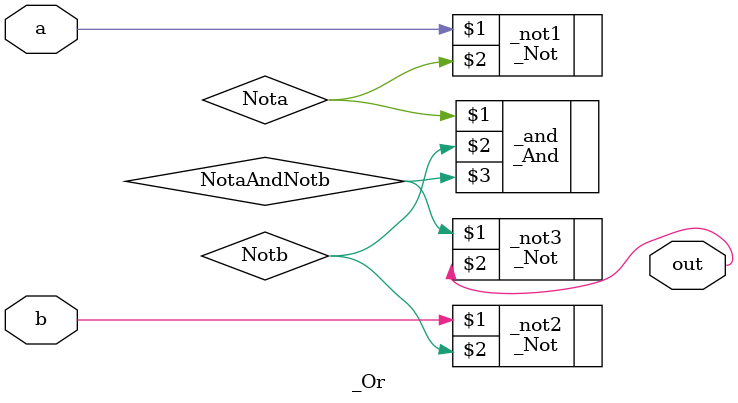
<source format=v>
module _Or(
    input a,
    input b,
    output wire out
);

    wire Nota;
    wire Notb;
    wire NotaAndNotb;

    _Not _not1(a, Nota);
    _Not _not2(b, Notb);
    _And _and(Nota, Notb, NotaAndNotb);
    _Not _not3(NotaAndNotb, out);

endmodule


</source>
